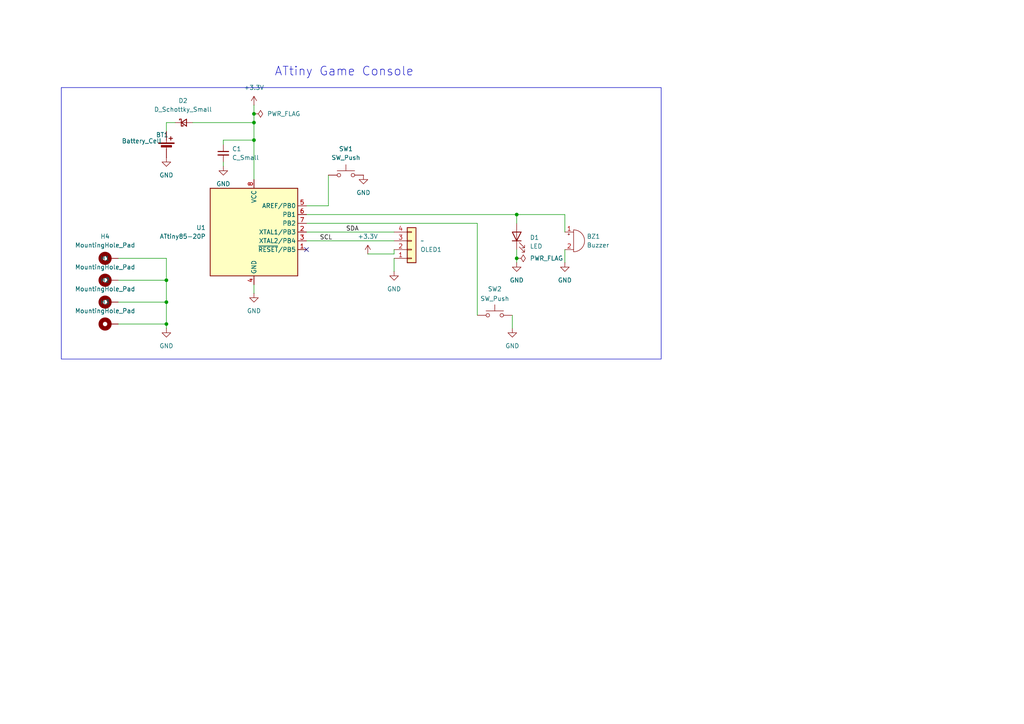
<source format=kicad_sch>
(kicad_sch (version 20250114) (generator "eeschema") (generator_version "9.0")
  (paper "A4")
  (lib_symbols
    (symbol "Connector_Generic:Conn_01x04" (pin_names (offset 1.016) (hide yes))
      (property "Reference" "OLED" (at 2.54 0.0001 0))
      (symbol "Conn_01x04_1_1"
        (rectangle (start -1.27 3.81) (end 1.27 -6.35) (stroke (width 0.254)) (fill (type background)))
        (rectangle (start -1.27 2.667) (end 0 2.413) (stroke (width 0.1524)))
        (rectangle (start -1.27 0.127) (end 0 -0.127) (stroke (width 0.1524)))
        (rectangle (start -1.27 -2.413) (end 0 -2.667) (stroke (width 0.1524)))
        (rectangle (start -1.27 -4.953) (end 0 -5.207) (stroke (width 0.1524)))
        (pin passive line (at -5.08 2.54 0) (length 3.81) (name "GND") (number "1"))
        (pin passive line (at -5.08 0 0) (length 3.81) (name "VCC") (number "2"))
        (pin passive line (at -5.08 -2.54 0) (length 3.81) (name "SCL") (number "3"))
        (pin passive line (at -5.08 -5.08 0) (length 3.81) (name "SDA") (number "4"))
      )
    )
    (symbol "Device:Battery_Cell" (pin_numbers (hide yes)) (pin_names (offset 0) (hide yes))
      (property "Reference" "BT" (at 2.54 2.54 0))
      (property "Value" "Battery_Cell" (at 2.54 0 0))
      (symbol "Battery_Cell_0_1"
        (rectangle (start -2.286 1.778) (end 2.286 1.524) (fill (type outline)))
        (rectangle (start -1.524 1.016) (end 1.524 0.508) (fill (type outline)))
        (polyline (pts (xy 0 1.778) (xy 0 2.54)))
        (polyline (pts (xy 0 0.762) (xy 0 0)))
        (polyline (pts (xy 0.762 3.048) (xy 1.778 3.048)) (stroke (width 0.254)))
        (polyline (pts (xy 1.27 3.556) (xy 1.27 2.54)) (stroke (width 0.254)))
      )
      (symbol "Battery_Cell_1_1"
        (pin passive line (at 0 5.08 270) (length 2.54) (name "+") (number "1"))
        (pin passive line (at 0 -2.54 90) (length 2.54) (name "-") (number "2"))
      )
    )
    (symbol "Device:Buzzer" (pin_names (offset 0.0254) (hide yes))
      (property "Reference" "BZ" (at 3.81 1.27 0))
      (property "Value" "Buzzer" (at 3.81 -1.27 0))
      (symbol "Buzzer_0_1"
        (polyline (pts (xy -1.651 1.905) (xy -1.143 1.905)))
        (polyline (pts (xy -1.397 2.159) (xy -1.397 1.651)))
        (arc (start 0 3.175) (mid 3.1612 0) (end 0 -3.175))
        (polyline (pts (xy 0 3.175) (xy 0 -3.175)))
      )
      (symbol "Buzzer_1_1"
        (pin passive line (at -2.54 2.54 0) (length 2.54) (name "+") (number "1"))
        (pin passive line (at -2.54 -2.54 0) (length 2.54) (name "-") (number "2"))
      )
    )
    (symbol "Device:C_Small" (pin_numbers (hide yes)) (pin_names (offset 0.254) (hide yes))
      (property "Reference" "C" (at 0.254 1.778 0))
      (property "Value" "C_Small" (at 0.254 -2.032 0))
      (symbol "C_Small_0_1"
        (polyline (pts (xy -1.524 0.508) (xy 1.524 0.508)) (stroke (width 0.3048)))
        (polyline (pts (xy -1.524 -0.508) (xy 1.524 -0.508)) (stroke (width 0.3302)))
      )
      (symbol "C_Small_1_1"
        (pin passive line (at 0 2.54 270) (length 2.032) (name "~") (number "1"))
        (pin passive line (at 0 -2.54 90) (length 2.032) (name "~") (number "2"))
      )
    )
    (symbol "Device:D_Schottky_Small" (pin_numbers (hide yes)) (pin_names (offset 0.254) (hide yes))
      (property "Reference" "D" (at -1.27 2.032 0))
      (property "Value" "D_Schottky_Small" (at -7.112 -2.032 0))
      (symbol "D_Schottky_Small_0_1"
        (polyline (pts (xy -1.27 0.762) (xy -1.27 1.016) (xy -0.762 1.016) (xy -0.762 -1.016) (xy -0.254 -1.016) (xy -0.254 -0.762)) (stroke (width 0.254)))
        (polyline (pts (xy -0.762 0) (xy 0.762 0)))
        (polyline (pts (xy 0.762 -1.016) (xy -0.762 0) (xy 0.762 1.016) (xy 0.762 -1.016)) (stroke (width 0.254)))
      )
      (symbol "D_Schottky_Small_1_1"
        (pin passive line (at -2.54 0 0) (length 1.778) (name "K") (number "1"))
        (pin passive line (at 2.54 0 180) (length 1.778) (name "A") (number "2"))
      )
    )
    (symbol "Device:LED" (pin_numbers (hide yes)) (pin_names (offset 1.016) (hide yes))
      (property "Reference" "D" (at 0 2.54 0))
      (property "Value" "LED" (at 0 -2.54 0))
      (symbol "LED_0_1"
        (polyline (pts (xy -3.048 -0.762) (xy -4.572 -2.286) (xy -3.81 -2.286) (xy -4.572 -2.286) (xy -4.572 -1.524)))
        (polyline (pts (xy -1.778 -0.762) (xy -3.302 -2.286) (xy -2.54 -2.286) (xy -3.302 -2.286) (xy -3.302 -1.524)))
        (polyline (pts (xy -1.27 0) (xy 1.27 0)))
        (polyline (pts (xy -1.27 -1.27) (xy -1.27 1.27)) (stroke (width 0.254)))
        (polyline (pts (xy 1.27 -1.27) (xy 1.27 1.27) (xy -1.27 0) (xy 1.27 -1.27)) (stroke (width 0.254)))
      )
      (symbol "LED_1_1"
        (pin passive line (at -3.81 0 0) (length 2.54) (name "K") (number "1"))
        (pin passive line (at 3.81 0 180) (length 2.54) (name "A") (number "2"))
      )
    )
    (symbol "MCU_Microchip_ATtiny:ATtiny85-20P"
      (property "Reference" "U" (at -12.7 13.97 0))
      (property "Value" "ATtiny85-20P" (at 2.54 -13.97 0))
      (symbol "ATtiny85-20P_0_1"
        (rectangle (start -12.7 -12.7) (end 12.7 12.7) (stroke (width 0.254)) (fill (type background)))
      )
      (symbol "ATtiny85-20P_1_1"
        (pin power_in line (at 0 15.24 270) (length 2.54) (name "VCC") (number "8"))
        (pin power_in line (at 0 -15.24 90) (length 2.54) (name "GND") (number "4"))
        (pin bidirectional line (at 15.24 7.62 180) (length 2.54) (name "AREF/PB0") (number "5"))
        (pin bidirectional line (at 15.24 5.08 180) (length 2.54) (name "PB1") (number "6"))
        (pin bidirectional line (at 15.24 2.54 180) (length 2.54) (name "PB2") (number "7"))
        (pin bidirectional line (at 15.24 0 180) (length 2.54) (name "XTAL1/PB3") (number "2"))
        (pin bidirectional line (at 15.24 -2.54 180) (length 2.54) (name "XTAL2/PB4") (number "3"))
        (pin bidirectional line (at 15.24 -5.08 180) (length 2.54) (name "~{RESET}/PB5") (number "1"))
      )
    )
    (symbol "Mechanical:MountingHole_Pad" (pin_numbers (hide yes)) (pin_names (offset 1.016) (hide yes)) (exclude_from_sim yes) (in_bom no)
      (property "Reference" "H" (at 0 6.35 0))
      (property "Value" "MountingHole_Pad" (at 0 4.445 0))
      (symbol "MountingHole_Pad_0_1"
        (circle (center 0 1.27) (radius 1.27) (stroke (width 1.27)))
      )
      (symbol "MountingHole_Pad_1_1"
        (pin input line (at 0 -2.54 90) (length 2.54) (name "1") (number "1"))
      )
    )
    (symbol "Switch:SW_Push" (pin_numbers (hide yes)) (pin_names (offset 1.016) (hide yes))
      (property "Reference" "SW" (at 1.27 2.54 0))
      (property "Value" "SW_Push" (at 0 -1.524 0))
      (symbol "SW_Push_0_1"
        (circle (center -2.032 0) (radius 0.508))
        (polyline (pts (xy 0 1.27) (xy 0 3.048)))
        (circle (center 2.032 0) (radius 0.508))
        (polyline (pts (xy 2.54 1.27) (xy -2.54 1.27)))
        (pin passive line (at -5.08 0 0) (length 2.54) (name "1") (number "1"))
        (pin passive line (at 5.08 0 180) (length 2.54) (name "2") (number "2"))
      )
    )
    (symbol "power:+3.3V" (power) (pin_numbers (hide yes)) (pin_names (offset 0) (hide yes))
      (property "Value" "+3.3V" (at 0 3.556 0))
      (symbol "+3.3V_0_1"
        (polyline (pts (xy -0.762 1.27) (xy 0 2.54)))
        (polyline (pts (xy 0 2.54) (xy 0.762 1.27)))
        (polyline (pts (xy 0 0) (xy 0 2.54)))
      )
      (symbol "+3.3V_1_1"
        (pin power_in line (at 0 0 90) (length 0) (name "~") (number "1"))
      )
    )
    (symbol "power:GND" (power) (pin_numbers (hide yes)) (pin_names (offset 0) (hide yes))
      (property "Value" "GND" (at 0 -3.81 0))
      (symbol "GND_0_1"
        (polyline (pts (xy 0 0) (xy 0 -1.27) (xy 1.27 -1.27) (xy 0 -2.54) (xy -1.27 -1.27) (xy 0 -1.27)))
      )
      (symbol "GND_1_1"
        (pin power_in line (at 0 0 270) (length 0) (name "~") (number "1"))
      )
    )
    (symbol "power:PWR_FLAG" (power) (pin_numbers (hide yes)) (pin_names (offset 0) (hide yes))
      (property "Value" "PWR_FLAG" (at 0 3.81 0))
      (symbol "PWR_FLAG_0_0"
        (pin power_out line (at 0 0 90) (length 0) (name "~") (number "1"))
      )
      (symbol "PWR_FLAG_0_1"
        (polyline (pts (xy 0 0) (xy 0 1.27) (xy -1.016 1.905) (xy 0 2.54) (xy 1.016 1.905) (xy 0 1.27)))
      )
    )
  )
  (rectangle (start 17.78 25.4) (end 191.77 104.14))
  (text "ATtiny Game Console\n" (at 99.822 20.828 0) (effects (font (size 2.54 2.54))))
  (junction (at 73.66 35.56))
  (junction (at 73.66 40.64))
  (junction (at 149.86 62.23))
  (junction (at 48.26 87.63))
  (junction (at 149.86 74.93))
  (junction (at 48.26 81.28))
  (junction (at 48.26 93.98))
  (junction (at 73.66 33.02))
  (no_connect (at 88.9 72.39))
  (wire (pts (xy 34.29 93.98) (xy 48.26 93.98)))
  (wire (pts (xy 88.9 69.85) (xy 114.3 69.85)))
  (wire (pts (xy 34.29 81.28) (xy 48.26 81.28)))
  (wire (pts (xy 88.9 67.31) (xy 114.3 67.31)))
  (wire (pts (xy 34.29 87.63) (xy 48.26 87.63)))
  (wire (pts (xy 48.26 81.28) (xy 48.26 87.63)))
  (wire (pts (xy 149.86 62.23) (xy 163.83 62.23)))
  (wire (pts (xy 88.9 62.23) (xy 149.86 62.23)))
  (wire (pts (xy 138.43 64.77) (xy 138.43 91.44)))
  (wire (pts (xy 149.86 74.93) (xy 149.86 72.39)))
  (wire (pts (xy 148.59 95.25) (xy 148.59 91.44)))
  (wire (pts (xy 149.86 76.2) (xy 149.86 74.93)))
  (wire (pts (xy 48.26 35.56) (xy 50.8 35.56)))
  (wire (pts (xy 48.26 74.93) (xy 48.26 81.28)))
  (wire (pts (xy 55.88 35.56) (xy 73.66 35.56)))
  (wire (pts (xy 95.25 59.69) (xy 95.25 50.8)))
  (wire (pts (xy 163.83 62.23) (xy 163.83 67.31)))
  (wire (pts (xy 73.66 40.64) (xy 73.66 52.07)))
  (wire (pts (xy 163.83 76.2) (xy 163.83 72.39)))
  (wire (pts (xy 48.26 93.98) (xy 48.26 95.25)))
  (wire (pts (xy 64.77 41.91) (xy 64.77 40.64)))
  (wire (pts (xy 48.26 38.1) (xy 48.26 35.56)))
  (wire (pts (xy 48.26 87.63) (xy 48.26 93.98)))
  (wire (pts (xy 73.66 35.56) (xy 73.66 40.64)))
  (wire (pts (xy 149.86 62.23) (xy 149.86 64.77)))
  (wire (pts (xy 114.3 74.93) (xy 114.3 78.74)))
  (wire (pts (xy 73.66 33.02) (xy 73.66 35.56)))
  (wire (pts (xy 34.29 74.93) (xy 48.26 74.93)))
  (wire (pts (xy 88.9 59.69) (xy 95.25 59.69)))
  (wire (pts (xy 73.66 85.09) (xy 73.66 82.55)))
  (wire (pts (xy 114.3 73.66) (xy 114.3 72.39)))
  (wire (pts (xy 138.43 64.77) (xy 88.9 64.77)))
  (wire (pts (xy 64.77 40.64) (xy 73.66 40.64)))
  (wire (pts (xy 64.77 46.99) (xy 64.77 48.26)))
  (wire (pts (xy 73.66 30.48) (xy 73.66 33.02)))
  (wire (pts (xy 106.68 73.66) (xy 114.3 73.66)))
  (label "SCL" (at 92.71 69.85 0))
  (label "SDA" (at 100.33 67.31 0))
  (symbol (lib_id "power:GND") (at 105.41 50.8 0) (unit 1)
    (property "Reference" "#PWR04" (effects (hide yes)))
    (property "Value" "GND" (at 105.41 55.88 0))
    (property "Description" "Power symbol creates a global label with name \"GND\" , ground" (effects (hide yes)))
  )
  (symbol (lib_id "Device:C_Small") (at 64.77 44.45 0) (unit 1)
    (property "Reference" "C1" (at 67.31 43.1862 0) (effects (justify left)))
    (property "Value" "C_Small" (at 67.31 45.7262 0) (effects (justify left)))
    (property "Footprint" "Capacitor_THT:C_Disc_D3.0mm_W1.6mm_P2.50mm" (effects (hide yes)))
    (property "Description" "Unpolarized capacitor, small symbol" (effects (hide yes)))
  )
  (symbol (lib_id "MCU_Microchip_ATtiny:ATtiny85-20P") (at 73.66 67.31 0) (unit 1)
    (property "Reference" "U1" (at 59.69 66.0399 0) (effects (justify right)))
    (property "Value" "ATtiny85-20P" (at 59.69 68.5799 0) (effects (justify right)))
    (property "Footprint" "Package_DIP:DIP-8_W7.62mm" (effects (hide yes)))
    (property "Datasheet" "http://ww1.microchip.com/downloads/en/DeviceDoc/atmel-2586-avr-8-bit-microcontroller-attiny25-attiny45-attiny85_datasheet.pdf" (effects (hide yes)))
    (property "Description" "20MHz, 8kB Flash, 512B SRAM, 512B EEPROM, debugWIRE, DIP-8" (effects (hide yes)))
  )
  (symbol (lib_id "power:PWR_FLAG") (at 149.86 74.93 270) (unit 1)
    (property "Reference" "#FLG02" (effects (hide yes)))
    (property "Value" "PWR_FLAG" (at 153.67 74.9299 90) (effects (justify left)))
    (property "Description" "Special symbol for telling ERC where power comes from" (effects (hide yes)))
  )
  (symbol (lib_id "power:+3.3V") (at 106.68 73.66 0) (unit 1)
    (property "Reference" "#PWR012" (effects (hide yes)))
    (property "Value" "+3.3V" (at 106.68 68.58 0))
    (property "Description" "Power symbol creates a global label with name \"+3.3V\"" (effects (hide yes)))
  )
  (symbol (lib_id "Mechanical:MountingHole_Pad") (at 31.75 74.93 90) (unit 1) (exclude_from_sim yes) (in_bom no)
    (property "Reference" "H4" (at 30.48 68.58 90))
    (property "Value" "MountingHole_Pad" (at 30.48 71.12 90))
    (property "Footprint" "MountingHole:MountingHole_3.2mm_M3_Pad" (effects (hide yes)))
    (property "Description" "Mounting Hole with connection" (effects (hide yes)))
  )
  (symbol (lib_id "Connector_Generic:Conn_01x04") (at 119.38 72.39 0) (mirror x) (unit 1)
    (property "Reference" "OLED1" (at 121.92 72.3901 0) (effects (justify left)))
    (property "Value" "~" (at 121.92 69.8501 0) (effects (justify left)))
    (property "Footprint" "Connector_PinHeader_2.54mm:PinHeader_1x04_P2.54mm_Vertical" (effects (hide yes)))
  )
  (symbol (lib_id "power:GND") (at 64.77 48.26 0) (unit 1)
    (property "Reference" "#PWR09" (effects (hide yes)))
    (property "Value" "GND" (at 64.77 53.34 0))
    (property "Description" "Power symbol creates a global label with name \"GND\" , ground" (effects (hide yes)))
  )
  (symbol (lib_id "Device:Battery_Cell") (at 48.26 43.18 0) (unit 1)
    (property "Reference" "BT1" (at 45.212 39.116 0) (effects (justify left)))
    (property "Value" "Battery_Cell" (at 35.306 40.894 0) (effects (justify left)))
    (property "Footprint" "Battery:BatteryHolder_Keystone_3000_1x12mm" (effects (hide yes)))
    (property "Description" "Single-cell battery" (effects (hide yes)))
  )
  (symbol (lib_id "Switch:SW_Push") (at 100.33 50.8 0) (unit 1)
    (property "Reference" "SW1" (at 100.33 43.18 0))
    (property "Value" "SW_Push" (at 100.33 45.72 0))
    (property "Footprint" "Button_Switch_THT:SW_PUSH_6mm" (effects (hide yes)))
    (property "Description" "Push button switch, generic, two pins" (effects (hide yes)))
  )
  (symbol (lib_id "Device:LED") (at 149.86 68.58 90) (unit 1)
    (property "Reference" "D1" (at 153.67 68.8974 90) (effects (justify right)))
    (property "Value" "LED" (at 153.67 71.4374 90) (effects (justify right)))
    (property "Footprint" "LED_THT:LED_D5.0mm" (effects (hide yes)))
    (property "Description" "Light emitting diode" (effects (hide yes)))
    (property "Sim.Pins" "1=K 2=A" (effects (hide yes)))
  )
  (symbol (lib_id "power:GND") (at 148.59 95.25 0) (unit 1)
    (property "Reference" "#PWR03" (effects (hide yes)))
    (property "Value" "GND" (at 148.59 100.33 0))
    (property "Description" "Power symbol creates a global label with name \"GND\" , ground" (effects (hide yes)))
  )
  (symbol (lib_id "power:GND") (at 48.26 45.72 0) (unit 1)
    (property "Reference" "#PWR010" (effects (hide yes)))
    (property "Value" "GND" (at 48.26 50.8 0))
    (property "Description" "Power symbol creates a global label with name \"GND\" , ground" (effects (hide yes)))
  )
  (symbol (lib_id "power:PWR_FLAG") (at 73.66 33.02 270) (unit 1)
    (property "Reference" "#FLG01" (effects (hide yes)))
    (property "Value" "PWR_FLAG" (at 77.47 33.0199 90) (effects (justify left)))
    (property "Description" "Special symbol for telling ERC where power comes from" (effects (hide yes)))
  )
  (symbol (lib_id "power:+3.3V") (at 73.66 30.48 0) (unit 1)
    (property "Reference" "#PWR011" (effects (hide yes)))
    (property "Value" "+3.3V" (at 73.66 25.4 0))
    (property "Description" "Power symbol creates a global label with name \"+3.3V\"" (effects (hide yes)))
  )
  (symbol (lib_id "power:GND") (at 48.26 95.25 0) (unit 1)
    (property "Reference" "#PWR06" (effects (hide yes)))
    (property "Value" "GND" (at 48.26 100.33 0))
    (property "Description" "Power symbol creates a global label with name \"GND\" , ground" (effects (hide yes)))
  )
  (symbol (lib_id "Device:Buzzer") (at 166.37 69.85 0) (unit 1)
    (property "Reference" "BZ1" (at 170.18 68.5799 0) (effects (justify left)))
    (property "Value" "Buzzer" (at 170.18 71.1199 0) (effects (justify left)))
    (property "Footprint" "Buzzer_Beeper:MagneticBuzzer_ProSignal_ABT-410-RC" (effects (hide yes)))
    (property "Description" "Buzzer, polarized" (effects (hide yes)))
  )
  (symbol (lib_id "power:GND") (at 149.86 76.2 0) (unit 1)
    (property "Reference" "#PWR01" (effects (hide yes)))
    (property "Value" "GND" (at 149.86 81.28 0))
    (property "Description" "Power symbol creates a global label with name \"GND\" , ground" (effects (hide yes)))
  )
  (symbol (lib_id "Mechanical:MountingHole_Pad") (at 31.75 93.98 90) (unit 1) (exclude_from_sim yes) (in_bom no)
    (property "Reference" "H3" (at 30.48 87.63 90))
    (property "Value" "MountingHole_Pad" (at 30.48 90.17 90))
    (property "Footprint" "MountingHole:MountingHole_3.2mm_M3_Pad" (effects (hide yes)))
    (property "Description" "Mounting Hole with connection" (effects (hide yes)))
  )
  (symbol (lib_id "Mechanical:MountingHole_Pad") (at 31.75 87.63 90) (unit 1) (exclude_from_sim yes) (in_bom no)
    (property "Reference" "H2" (at 30.48 81.28 90))
    (property "Value" "MountingHole_Pad" (at 30.48 83.82 90))
    (property "Footprint" "MountingHole:MountingHole_3.2mm_M3_Pad" (effects (hide yes)))
    (property "Description" "Mounting Hole with connection" (effects (hide yes)))
  )
  (symbol (lib_id "power:GND") (at 114.3 78.74 0) (unit 1)
    (property "Reference" "#PWR07" (effects (hide yes)))
    (property "Value" "GND" (at 114.3 83.82 0))
    (property "Description" "Power symbol creates a global label with name \"GND\" , ground" (effects (hide yes)))
  )
  (symbol (lib_id "power:GND") (at 73.66 85.09 0) (unit 1)
    (property "Reference" "#PWR05" (effects (hide yes)))
    (property "Value" "GND" (at 73.66 90.17 0))
    (property "Description" "Power symbol creates a global label with name \"GND\" , ground" (effects (hide yes)))
  )
  (symbol (lib_id "Device:D_Schottky_Small") (at 53.34 35.56 0) (unit 1)
    (property "Reference" "D2" (at 53.086 29.21 0))
    (property "Value" "D_Schottky_Small" (at 53.086 31.75 0))
    (property "Footprint" "Diode_THT:D_5KPW_P12.70mm_Horizontal" (effects (hide yes)))
    (property "Description" "Schottky diode, small symbol" (effects (hide yes)))
  )
  (symbol (lib_id "Switch:SW_Push") (at 143.51 91.44 0) (unit 1)
    (property "Reference" "SW2" (at 143.51 83.82 0))
    (property "Value" "SW_Push" (at 143.51 86.614 0))
    (property "Footprint" "Button_Switch_THT:SW_PUSH_6mm" (effects (hide yes)))
    (property "Description" "Push button switch, generic, two pins" (effects (hide yes)))
  )
  (symbol (lib_id "Mechanical:MountingHole_Pad") (at 31.75 81.28 90) (unit 1) (exclude_from_sim yes) (in_bom no)
    (property "Reference" "H1" (at 30.48 74.93 90))
    (property "Value" "MountingHole_Pad" (at 30.48 77.47 90))
    (property "Footprint" "MountingHole:MountingHole_3.2mm_M3_Pad" (effects (hide yes)))
    (property "Description" "Mounting Hole with connection" (effects (hide yes)))
  )
  (symbol (lib_id "power:GND") (at 163.83 76.2 0) (unit 1)
    (property "Reference" "#PWR02" (effects (hide yes)))
    (property "Value" "GND" (at 163.83 81.28 0))
    (property "Description" "Power symbol creates a global label with name \"GND\" , ground" (effects (hide yes)))
  )
)
</source>
